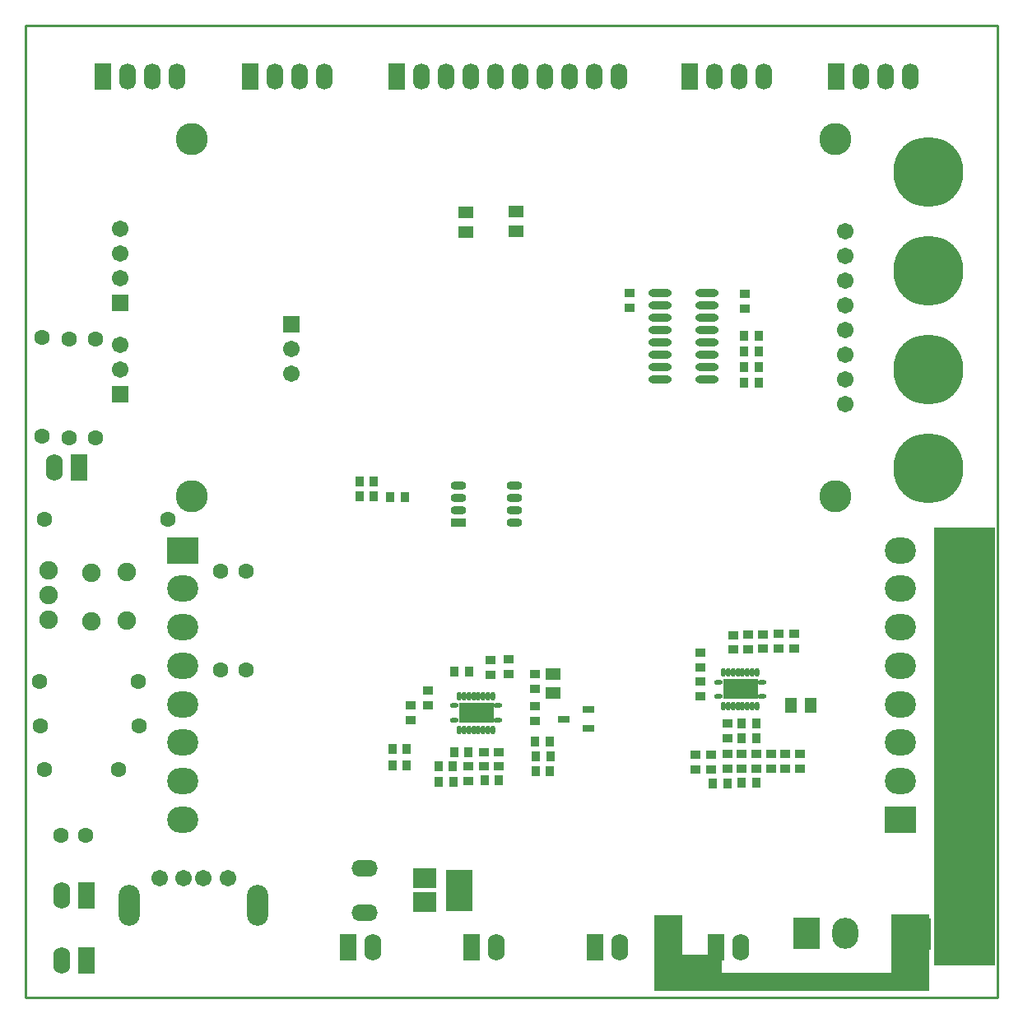
<source format=gbs>
%FSLAX25Y25*%
%MOIN*%
G70*
G01*
G75*
G04 Layer_Color=16711935*
%ADD10O,0.06299X0.01181*%
%ADD11R,0.06299X0.01181*%
%ADD12O,0.01181X0.06299*%
%ADD13R,0.05000X0.06000*%
%ADD14R,0.03347X0.02756*%
%ADD15R,0.02756X0.03347*%
%ADD16R,0.03937X0.05118*%
%ADD17R,0.10630X0.03937*%
%ADD18R,0.03543X0.02126*%
%ADD19R,0.01969X0.06299*%
%ADD20R,0.14410X0.07874*%
%ADD21R,0.14410X0.09843*%
%ADD22R,0.21654X0.05630*%
%ADD23R,0.03937X0.10630*%
%ADD24R,0.20866X0.11024*%
%ADD25R,0.05118X0.03937*%
%ADD26R,0.09843X0.15748*%
%ADD27R,0.08661X0.07087*%
%ADD28O,0.09843X0.05906*%
%ADD29R,0.10000X0.07500*%
%ADD30R,0.02126X0.03543*%
%ADD31R,0.06299X0.01969*%
%ADD32R,0.07874X0.14410*%
%ADD33R,0.09843X0.14410*%
%ADD34R,0.02559X0.05315*%
%ADD35R,0.09449X0.08268*%
%ADD36O,0.03543X0.01969*%
%ADD37O,0.03543X0.01969*%
%ADD38R,0.03543X0.01969*%
%ADD39R,0.02362X0.03937*%
%ADD40R,0.03937X0.02362*%
%ADD41C,0.03000*%
%ADD42C,0.00800*%
%ADD43C,0.01000*%
%ADD44C,0.01500*%
%ADD45C,0.04000*%
%ADD46C,0.03500*%
%ADD47C,0.06000*%
%ADD48C,0.01200*%
%ADD49C,0.02000*%
%ADD50C,0.10000*%
%ADD51C,0.08000*%
%ADD52C,0.05000*%
%ADD53R,0.07300X0.29900*%
%ADD54R,0.18900X0.05200*%
%ADD55R,0.04000X0.18600*%
%ADD56R,0.10200X0.04900*%
%ADD57R,0.12367X0.05271*%
%ADD58R,0.44271X0.10500*%
%ADD59R,0.07400X0.15300*%
%ADD60R,0.28371X0.07471*%
%ADD61R,0.10722X0.08773*%
%ADD62R,0.08600X0.43171*%
%ADD63R,0.06400X0.08900*%
%ADD64R,0.10871X0.13938*%
%ADD65R,0.10571X0.09351*%
%ADD66R,0.24300X1.56600*%
%ADD67R,0.50200X0.62200*%
%ADD68R,0.24100X0.17400*%
%ADD69R,0.25624X0.17093*%
%ADD70R,0.23600X0.17400*%
%ADD71C,0.05906*%
%ADD72C,0.12205*%
%ADD73O,0.06000X0.10000*%
%ADD74R,0.06000X0.10000*%
%ADD75O,0.11811X0.09843*%
%ADD76R,0.11811X0.09843*%
%ADD77O,0.05906X0.09843*%
%ADD78R,0.05906X0.09843*%
%ADD79R,0.09843X0.11811*%
%ADD80O,0.09843X0.11811*%
%ADD81R,0.05906X0.05906*%
%ADD82C,0.06693*%
%ADD83C,0.05500*%
%ADD84O,0.07874X0.15748*%
%ADD85C,0.05512*%
%ADD86C,0.03000*%
%ADD87C,0.02000*%
%ADD88C,0.04000*%
%ADD89O,0.05500X0.02500*%
%ADD90R,0.05500X0.02500*%
%ADD91C,0.27559*%
%ADD92O,0.08661X0.02362*%
%ADD93O,0.01181X0.02756*%
%ADD94O,0.02756X0.01181*%
%ADD95R,0.13386X0.07087*%
%ADD96R,0.05200X0.25200*%
%ADD97R,0.18000X0.06400*%
%ADD98R,0.04000X0.22000*%
%ADD99R,0.09100X0.04600*%
%ADD100R,0.18400X0.60700*%
%ADD101R,0.24600X1.31200*%
%ADD102R,0.50100X0.62100*%
%ADD103C,0.00394*%
%ADD104C,0.00500*%
%ADD105C,0.00787*%
%ADD106C,0.00591*%
%ADD107R,0.04724X0.02756*%
%ADD108R,0.01968X0.03543*%
%ADD109R,0.23900X1.76759*%
%ADD110O,0.07099X0.01981*%
%ADD111R,0.07099X0.01981*%
%ADD112O,0.01981X0.07099*%
%ADD113R,0.05800X0.06800*%
%ADD114R,0.04147X0.03556*%
%ADD115R,0.03556X0.04147*%
%ADD116R,0.04737X0.05918*%
%ADD117R,0.11430X0.04737*%
%ADD118R,0.04343X0.02926*%
%ADD119R,0.02769X0.07099*%
%ADD120R,0.15210X0.08674*%
%ADD121R,0.15210X0.10642*%
%ADD122R,0.22453X0.06430*%
%ADD123R,0.04737X0.11430*%
%ADD124R,0.21666X0.11824*%
%ADD125R,0.05918X0.04737*%
%ADD126R,0.10642X0.16548*%
%ADD127R,0.09461X0.07887*%
%ADD128O,0.10642X0.06706*%
%ADD129R,0.10800X0.08300*%
%ADD130R,0.02926X0.04343*%
%ADD131R,0.07099X0.02769*%
%ADD132R,0.08674X0.15210*%
%ADD133R,0.10642X0.15210*%
%ADD134R,0.03359X0.06115*%
%ADD135R,0.10249X0.09068*%
%ADD136O,0.04343X0.02769*%
%ADD137O,0.04343X0.02769*%
%ADD138R,0.04343X0.02769*%
%ADD139R,0.03162X0.04737*%
%ADD140R,0.04737X0.03162*%
%ADD141C,0.06706*%
%ADD142C,0.13005*%
%ADD143O,0.06800X0.10800*%
%ADD144R,0.06800X0.10800*%
%ADD145O,0.12611X0.10642*%
%ADD146R,0.12611X0.10642*%
%ADD147O,0.06706X0.10642*%
%ADD148R,0.06706X0.10642*%
%ADD149R,0.10642X0.12611*%
%ADD150O,0.10642X0.12611*%
%ADD151R,0.06706X0.06706*%
%ADD152C,0.07493*%
%ADD153C,0.06300*%
%ADD154O,0.08674X0.16548*%
%ADD155C,0.06312*%
%ADD156R,0.26300X0.08900*%
%ADD157R,0.11700X0.26700*%
%ADD158R,0.15700X0.26800*%
%ADD159R,1.11500X0.07500*%
%ADD160R,0.24600X1.77500*%
%ADD161O,0.06300X0.03300*%
%ADD162R,0.06300X0.03300*%
%ADD163C,0.28359*%
%ADD164O,0.09461X0.03162*%
%ADD165O,0.01981X0.03556*%
%ADD166O,0.03556X0.01981*%
%ADD167R,0.14186X0.07887*%
D43*
X-0Y0D02*
X393701D01*
X-0Y-393701D02*
Y0D01*
Y-393701D02*
X393701D01*
Y0D01*
D114*
X244700Y-108500D02*
D03*
Y-114406D02*
D03*
X291400Y-108900D02*
D03*
Y-114805D02*
D03*
X277500Y-301306D02*
D03*
Y-295400D02*
D03*
X273177Y-271800D02*
D03*
Y-265895D02*
D03*
X286477Y-252900D02*
D03*
Y-246994D02*
D03*
X301802Y-295195D02*
D03*
Y-301100D02*
D03*
X298777Y-246600D02*
D03*
Y-252505D02*
D03*
X304977Y-246400D02*
D03*
Y-252306D02*
D03*
X295965Y-295195D02*
D03*
Y-301100D02*
D03*
X292477Y-252606D02*
D03*
Y-246700D02*
D03*
X311177Y-252306D02*
D03*
Y-246400D02*
D03*
X273277Y-259906D02*
D03*
Y-254000D02*
D03*
X284277Y-288705D02*
D03*
Y-282800D02*
D03*
X271400Y-301406D02*
D03*
Y-295500D02*
D03*
X284290Y-301100D02*
D03*
Y-295195D02*
D03*
X290127Y-295195D02*
D03*
Y-301100D02*
D03*
X307640Y-295195D02*
D03*
Y-301100D02*
D03*
X313477Y-295195D02*
D03*
Y-301100D02*
D03*
X179377Y-300189D02*
D03*
Y-306095D02*
D03*
X162977Y-275406D02*
D03*
Y-269500D02*
D03*
X188177Y-262906D02*
D03*
Y-257000D02*
D03*
X206277Y-268605D02*
D03*
Y-262700D02*
D03*
X195677Y-256900D02*
D03*
Y-262806D02*
D03*
X206277Y-281800D02*
D03*
Y-275894D02*
D03*
X155977Y-281300D02*
D03*
Y-275395D02*
D03*
X191777Y-294300D02*
D03*
Y-300205D02*
D03*
X185477Y-294295D02*
D03*
Y-300200D02*
D03*
D115*
X147695Y-191100D02*
D03*
X153600D02*
D03*
X135195Y-190900D02*
D03*
X141100D02*
D03*
X141105Y-184800D02*
D03*
X135200D02*
D03*
X290995Y-125900D02*
D03*
X296900D02*
D03*
X290995Y-132200D02*
D03*
X296900D02*
D03*
X290995Y-138500D02*
D03*
X296900D02*
D03*
X295877Y-288800D02*
D03*
X289972D02*
D03*
X295977Y-282800D02*
D03*
X290072D02*
D03*
X278400Y-307200D02*
D03*
X284306D02*
D03*
X290995Y-144800D02*
D03*
X296900D02*
D03*
X295983Y-306800D02*
D03*
X290077D02*
D03*
X206372Y-290000D02*
D03*
X212277D02*
D03*
X206572Y-296000D02*
D03*
X212477D02*
D03*
X167372Y-306294D02*
D03*
X173277D02*
D03*
X173472Y-294295D02*
D03*
X179377D02*
D03*
X191783Y-305894D02*
D03*
X185877D02*
D03*
X148472Y-299700D02*
D03*
X154377D02*
D03*
X148472Y-293200D02*
D03*
X154377D02*
D03*
X206477Y-302200D02*
D03*
X212383D02*
D03*
X179577Y-261600D02*
D03*
X173672D02*
D03*
X173077Y-300195D02*
D03*
X167172D02*
D03*
D116*
X309977Y-275300D02*
D03*
X317851D02*
D03*
D125*
X198600Y-83300D02*
D03*
Y-75426D02*
D03*
X178200Y-83700D02*
D03*
Y-75826D02*
D03*
X213777Y-270500D02*
D03*
Y-262626D02*
D03*
D126*
X175757Y-350300D02*
D03*
D127*
X161583Y-345379D02*
D03*
X161584Y-355221D02*
D03*
D128*
X137371Y-341245D02*
D03*
Y-359355D02*
D03*
D140*
X227800Y-284874D02*
D03*
X217957Y-280937D02*
D03*
X227800Y-277000D02*
D03*
D141*
X332000Y-83400D02*
D03*
Y-93400D02*
D03*
Y-103400D02*
D03*
Y-113400D02*
D03*
Y-123400D02*
D03*
Y-133400D02*
D03*
Y-143400D02*
D03*
Y-153400D02*
D03*
X365600Y-59400D02*
D03*
Y-99367D02*
D03*
Y-139333D02*
D03*
Y-179300D02*
D03*
X38377Y-129500D02*
D03*
Y-139500D02*
D03*
X107677Y-141000D02*
D03*
Y-131000D02*
D03*
X38177Y-102300D02*
D03*
Y-92300D02*
D03*
Y-82300D02*
D03*
X54277Y-345300D02*
D03*
X64120D02*
D03*
X71994D02*
D03*
X81836D02*
D03*
D142*
X328063Y-46117D02*
D03*
X67197D02*
D03*
Y-190683D02*
D03*
X328063D02*
D03*
D143*
X14677Y-352300D02*
D03*
X14477Y-378800D02*
D03*
X240777Y-373350D02*
D03*
X190627D02*
D03*
X140477D02*
D03*
X289477Y-373300D02*
D03*
X11577Y-179200D02*
D03*
D144*
X24677Y-352300D02*
D03*
X24477Y-378800D02*
D03*
X230777Y-373350D02*
D03*
X180627D02*
D03*
X130477D02*
D03*
X279477Y-373300D02*
D03*
X21577Y-179200D02*
D03*
D145*
X354331Y-306142D02*
D03*
Y-290551D02*
D03*
Y-259370D02*
D03*
Y-274961D02*
D03*
Y-212598D02*
D03*
Y-228189D02*
D03*
Y-243780D02*
D03*
X63779Y-290551D02*
D03*
Y-306142D02*
D03*
Y-321733D02*
D03*
Y-259370D02*
D03*
Y-274961D02*
D03*
Y-243780D02*
D03*
Y-228189D02*
D03*
D146*
X354331Y-321733D02*
D03*
X63779Y-212598D02*
D03*
D147*
X100877Y-20700D02*
D03*
X120877D02*
D03*
X110877D02*
D03*
X41177D02*
D03*
X61177D02*
D03*
X51177D02*
D03*
X288977D02*
D03*
X298977D02*
D03*
X278977D02*
D03*
X348377D02*
D03*
X358377D02*
D03*
X338377D02*
D03*
X170177D02*
D03*
X180177D02*
D03*
X160177D02*
D03*
X190177D02*
D03*
X200177D02*
D03*
X240177D02*
D03*
X230177D02*
D03*
X220177D02*
D03*
X210177D02*
D03*
D148*
X90877D02*
D03*
X31177D02*
D03*
X268977D02*
D03*
X328377D02*
D03*
X150177D02*
D03*
D149*
X316287Y-367800D02*
D03*
X361387Y-368000D02*
D03*
D150*
X331877Y-367800D02*
D03*
X376977Y-368000D02*
D03*
D151*
X38377Y-149500D02*
D03*
X107677Y-121000D02*
D03*
X38177Y-112300D02*
D03*
D152*
X40977Y-241085D02*
D03*
Y-221400D02*
D03*
X26577Y-241285D02*
D03*
Y-221600D02*
D03*
X9377Y-240700D02*
D03*
Y-230700D02*
D03*
Y-220700D02*
D03*
D153*
X24177Y-328000D02*
D03*
X14177D02*
D03*
D154*
X42072Y-356324D02*
D03*
X94041D02*
D03*
D155*
X5877Y-283600D02*
D03*
X45877D02*
D03*
X7677Y-301300D02*
D03*
X37677D02*
D03*
X5577Y-265600D02*
D03*
X45577D02*
D03*
X6677Y-166500D02*
D03*
Y-126500D02*
D03*
X17477Y-167100D02*
D03*
Y-127100D02*
D03*
X28377Y-167100D02*
D03*
Y-127100D02*
D03*
X79077Y-221100D02*
D03*
Y-261100D02*
D03*
X89377Y-221000D02*
D03*
Y-261000D02*
D03*
X57500Y-200100D02*
D03*
X7500D02*
D03*
D156*
X268927Y-380850D02*
D03*
D157*
X260427Y-373750D02*
D03*
D158*
X358227Y-373300D02*
D03*
D159*
X310227Y-387550D02*
D03*
D160*
X380177Y-292050D02*
D03*
D161*
X175200Y-196300D02*
D03*
X197838D02*
D03*
X175200Y-186300D02*
D03*
Y-191300D02*
D03*
X197838Y-186300D02*
D03*
Y-201300D02*
D03*
Y-191300D02*
D03*
D162*
X175200Y-201300D02*
D03*
D163*
X365600Y-59400D02*
D03*
Y-99367D02*
D03*
Y-139333D02*
D03*
Y-179300D02*
D03*
D164*
X257051Y-143500D02*
D03*
Y-138500D02*
D03*
Y-133500D02*
D03*
Y-128500D02*
D03*
Y-123500D02*
D03*
Y-118500D02*
D03*
Y-113500D02*
D03*
Y-108500D02*
D03*
X275949Y-143500D02*
D03*
Y-138500D02*
D03*
Y-133500D02*
D03*
Y-128500D02*
D03*
Y-123500D02*
D03*
Y-118500D02*
D03*
Y-113500D02*
D03*
Y-108500D02*
D03*
D165*
X296367Y-275790D02*
D03*
X294398D02*
D03*
X292430D02*
D03*
X290461D02*
D03*
X288493D02*
D03*
X286524D02*
D03*
X284556D02*
D03*
X282587D02*
D03*
Y-262010D02*
D03*
X284556D02*
D03*
X286524D02*
D03*
X288493D02*
D03*
X290461D02*
D03*
X292430D02*
D03*
X294398D02*
D03*
X296367D02*
D03*
X189367Y-285390D02*
D03*
X187398D02*
D03*
X185430D02*
D03*
X183461D02*
D03*
X181493D02*
D03*
X179524D02*
D03*
X177556D02*
D03*
X175587D02*
D03*
Y-271610D02*
D03*
X177556D02*
D03*
X179524D02*
D03*
X181493D02*
D03*
X183461D02*
D03*
X185430D02*
D03*
X187398D02*
D03*
X189367D02*
D03*
D166*
X280619Y-271853D02*
D03*
Y-265947D02*
D03*
X298335D02*
D03*
Y-271853D02*
D03*
X173619Y-281453D02*
D03*
Y-275547D02*
D03*
X191335D02*
D03*
Y-281453D02*
D03*
D167*
X289477Y-268900D02*
D03*
X182477Y-278500D02*
D03*
M02*

</source>
